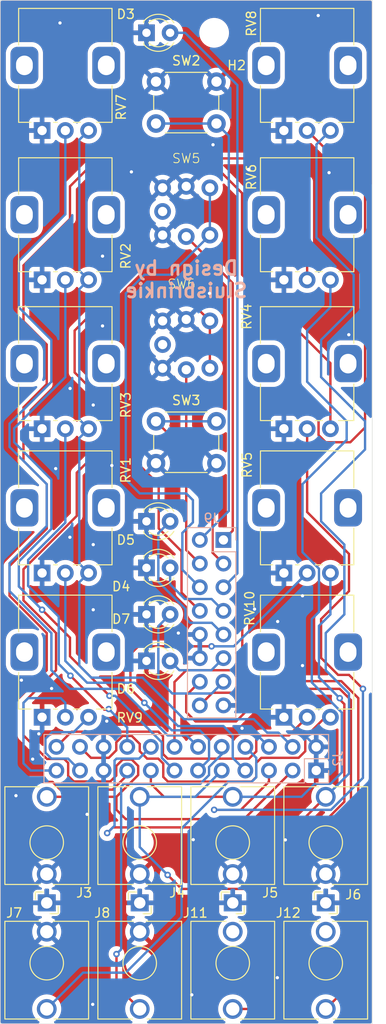
<source format=kicad_pcb>
(kicad_pcb (version 20240108) (generator "pcbnew") (generator_version "8.0")
  (layers (0 "F.Cu" signal) (31 "B.Cu" signal) (34 "B.Paste" user) (35 "F.Paste" user) (36 "B.SilkS" user "B.Silkscreen") (37 "F.SilkS" user "F.Silkscreen") (38 "B.Mask" user) (39 "F.Mask" user) (44 "Edge.Cuts" user))
  (net 0 "")
  (footprint "Library:Potentiometer_Alps_RK09K_Single_Vertical_DSHAFT" (layer "F.Cu") (at 131 57 90)
    (property "Reference" "RV7")
    (property "Value" "B10k")
  )
  (footprint "Library:ML6-H2T2GQA" (layer "F.Cu") (at 146.5 80 90)
    (property "Reference" "SW6")
    (property "Value" "SW_ML6")
  )
  (footprint "Library:Jack_3.5mm_QingPu_WQP-PJ398SM_Vertical_CircularHoles_3D" (layer "F.Cu") (at 131.5 140)
    (property "Reference" "J7")
    (property "Value" "in1")
  )
  (footprint "Button_Switch_THT:SW_PUSH_6mm_H13mm" (layer "F.Cu") (at 149.75 56.25 180)
    (property "Reference" "SW2")
    (property "Value" "SW_Dual")
  )
  (footprint "Button_Switch_THT:SW_PUSH_6mm_H13mm" (layer "F.Cu") (at 143.25 88.25)
    (property "Reference" "SW3")
    (property "Value" "SW_Mode")
  )
  (footprint "Library:Potentiometer_Alps_RK09K_Single_Vertical" (layer "F.Cu") (at 131 120.05 90)
    (property "Reference" "RV9")
    (property "Value" "B100k")
  )
  (footprint "LED_THT:LED_D3.0mm" (layer "F.Cu") (at 142.225 46.5)
    (property "Reference" "D3")
    (property "Value" "LED")
  )
  (footprint "Library:Potentiometer_Alps_RK09K_Single_Vertical_DSHAFT" (layer "F.Cu") (at 131 73.05 90)
    (property "Reference" "RV2")
    (property "Value" "B10k")
  )
  (footprint "LED_THT:LED_D3.0mm" (layer "F.Cu") (at 142.225 114)
    (property "Reference" "D6")
    (property "Value" "LED")
  )
  (footprint "Library:Jack_3.5mm_QingPu_WQP-PJ398SM_Vertical_CircularHoles_3D" (layer "F.Cu") (at 151.5 140)
    (property "Reference" "J11")
    (property "Value" "out1")
  )
  (footprint "LED_THT:LED_D3.0mm" (layer "F.Cu") (at 142.225 109)
    (property "Reference" "D7")
    (property "Value" "LED")
  )
  (footprint "Library:Jack_3.5mm_QingPu_WQP-PJ398SM_Vertical_CircularHoles_3D" (layer "F.Cu") (at 151.5 140 180)
    (property "Reference" "J5")
    (property "Value" "CV3")
  )
  (footprint "Library:Jack_3.5mm_QingPu_WQP-PJ398SM_Vertical_CircularHoles_3D" (layer "F.Cu") (at 161.5 140)
    (property "Reference" "J12")
    (property "Value" "out2")
  )
  (footprint "Library:Jack_3.5mm_QingPu_WQP-PJ398SM_Vertical_CircularHoles_3D" (layer "F.Cu") (at 131.5 140 180)
    (property "Reference" "J3")
    (property "Value" "CV1")
  )
  (footprint "Library:Potentiometer_Alps_RK09K_Single_Vertical" (layer "F.Cu") (at 157 73.05 90)
    (property "Reference" "RV6")
    (property "Value" "B100k")
  )
  (footprint "LED_THT:LED_D3.0mm" (layer "F.Cu") (at 142.225 99)
    (property "Reference" "D5")
    (property "Value" "LED")
  )
  (footprint "Library:Potentiometer_Alps_RK09K_Single_Vertical" (layer "F.Cu") (at 157 57 90)
    (property "Reference" "RV8")
    (property "Value" "B100k")
  )
  (footprint "Library:Jack_3.5mm_QingPu_WQP-PJ398SM_Vertical_CircularHoles_3D" (layer "F.Cu") (at 161.5 140 180)
    (property "Reference" "J6")
    (property "Value" "CV4")
  )
  (footprint "Library:Potentiometer_Alps_RK09K_Single_Vertical" (layer "F.Cu") (at 157 89.05 90)
    (property "Reference" "RV4")
    (property "Value" "B100k")
  )
  (footprint "LED_THT:LED_D3.0mm" (layer "F.Cu") (at 142.225 104)
    (property "Reference" "D4")
    (property "Value" "LED")
  )
  (footprint "Library:Jack_3.5mm_QingPu_WQP-PJ398SM_Vertical_CircularHoles_3D" (layer "F.Cu") (at 141.5 140 180)
    (property "Reference" "J4")
    (property "Value" "CV2")
  )
  (footprint "Library:Potentiometer_Alps_RK09K_Single_Vertical" (layer "F.Cu") (at 157 104.55 90)
    (property "Reference" "RV5")
    (property "Value" "B100k")
  )
  (footprint "MountingHole:MountingHole_2.7mm_M2.5" (layer "F.Cu") (at 149.5 46.5)
    (property "Reference" "H2")
    (property "Value" "MountingHole")
  )
  (footprint "Library:Potentiometer_Alps_RK09K_Single_Vertical" (layer "F.Cu") (at 157 120.05 90)
    (property "Reference" "RV10")
    (property "Value" "B100k")
  )
  (footprint "Library:Potentiometer_Alps_RK09K_Single_Vertical_DSHAFT" (layer "F.Cu") (at 131 89.05 90)
    (property "Reference" "RV3")
    (property "Value" "B10k")
  )
  (footprint "Library:ML6-H2T2GQA" (layer "F.Cu") (at 146.5 65.7 90)
    (property "Reference" "SW5")
    (property "Value" "SW_ML6")
  )
  (footprint "Library:Jack_3.5mm_QingPu_WQP-PJ398SM_Vertical_CircularHoles_3D" (layer "F.Cu") (at 141.5 140)
    (property "Reference" "J8")
    (property "Value" "in2")
  )
  (footprint "Library:Potentiometer_Alps_RK09K_Single_Vertical_DSHAFT" (layer "F.Cu") (at 131 104.55 90)
    (property "Reference" "RV1")
    (property "Value" "B10k")
  )
  (footprint "Connector_PinHeader_2.54mm:PinHeader_2x12_P2.54mm_Vertical" (layer "B.Cu") (at 160.475 125.775 90)
    (property "Reference" "J2")
    (property "Value" "Conn_02x12_Odd_Even")
  )
  (footprint "Connector_PinHeader_2.54mm:PinHeader_2x08_P2.54mm_Vertical" (layer "B.Cu") (at 150.5 101 180)
    (property "Reference" "J9")
    (property "Value" "Conn_02x08_Odd_Even")
  )
  (gr_rect (start 126.5 43) (end 166.5 153) (stroke (width 0.05)) (fill none) (layer "Edge.Cuts"))
  (gr_text "Design by\nSluisbrinkie" (at 146.5 73 -0) (layer "B.SilkS") (effects (font (size 1.5 1.5) (thickness 0.3) (bold yes)) (justify mirror)))
  (segment (start 132.5 115) (end 132.5 111) (width 0.254) (layer "F.Cu") (net 0))
  (segment (start 155.357948 117) (end 163 117) (width 0.254) (layer "F.Cu") (net 0))
  (segment (start 133.80525 124.961864) (end 133.376196 124.53281) (width 0.254) (layer "F.Cu") (net 0))
  (segment (start 141.332 126.26253) (end 141.332 125.28747) (width 0.254) (layer "F.Cu") (net 0))
  (segment (start 154.032 123.72253) (end 154.032 122.468) (width 0.254) (layer "F.Cu") (net 0))
  (segment (start 141.332 125.28747) (end 140.64253 124.598) (width 0.254) (layer "F.Cu") (net 0))
  (segment (start 133.80525 126.35578) (end 133.80525 124.961864) (width 0.254) (layer "F.Cu") (net 0))
  (segment (start 134 113.5) (end 138.250009 117.750009) (width 0.254) (layer "F.Cu") (net 0))
  (segment (start 151.5 115) (end 152.526825 113.973175) (width 0.254) (layer "F.Cu") (net 0))
  (segment (start 138 90.5) (end 138 86.5) (width 0.254) (layer "F.Cu") (net 0))
  (segment (start 134 63) (end 134 66.5) (width 0.254) (layer "F.Cu") (net 0))
  (segment (start 142.695 127.195) (end 144.1 128.6) (width 0.254) (layer "F.Cu") (net 0))
  (segment (start 153.827419 116.172581) (end 163.172581 116.172581) (width 0.254) (layer "F.Cu") (net 0))
  (segment (start 138.978 125.28747) (end 138.978 126.309948) (width 0.254) (layer "F.Cu") (net 0))
  (segment (start 137 60) (end 134 63) (width 0.254) (layer "F.Cu") (net 0))
  (segment (start 132.535 123.235) (end 134.166 121.604) (width 0.254) (layer "F.Cu") (net 0))
  (segment (start 154.032 122.468) (end 154.5 122) (width 0.254) (layer "F.Cu") (net 0))
  (segment (start 129 122) (end 129 118.5) (width 0.254) (layer "F.Cu") (net 0))
  (segment (start 149.04 77.46) (end 149.04 82.54) (width 0.254) (layer "F.Cu") (net 0))
  (segment (start 141 72) (end 141 63) (width 0.254) (layer "F.Cu") (net 0))
  (segment (start 140.64253 122.058) (end 141.5 122.91547) (width 0.254) (layer "F.Cu") (net 0))
  (segment (start 138.99453 128.6) (end 141.332 126.26253) (width 0.254) (layer "F.Cu") (net 0))
  (segment (start 154.142053 138.5) (end 163.5 129.142053) (width 0.254) (layer "F.Cu") (net 0))
  (segment (start 132.5 111) (end 129 107.5) (width 0.254) (layer "F.Cu") (net 0))
  (segment (start 164.211194 118.211194) (end 164.211194 146.070147) (width 0.254) (layer "F.Cu") (net 0))
  (segment (start 127.5 119) (end 127.5 125.5) (width 0.254) (layer "F.Cu") (net 0))
  (segment (start 157.611156 100.388844) (end 157.611156 94.611156) (width 0.254) (layer "F.Cu") (net 0))
  (segment (start 132.123282 127) (end 132.951981 127.828699) (width 0.254) (layer "F.Cu") (net 0))
  (segment (start 136.252 124.412) (end 138.172 124.412) (width 0.254) (layer "F.Cu") (net 0))
  (segment (start 157 60) (end 137 60) (width 0.254) (layer "F.Cu") (net 0))
  (segment (start 141.5 122.91547) (end 141.5 123.70453) (width 0.254) (layer "F.Cu") (net 0))
  (segment (start 137.685206 119.227) (end 138.116506 119.227) (width 0.254) (layer "F.Cu") (net 0))
  (segment (start 129 104.142052) (end 134.727 98.415052) (width 0.254) (layer "F.Cu") (net 0))
  (segment (start 131.5 95) (end 131.5 99.795924) (width 0.254) (layer "F.Cu") (net 0))
  (segment (start 131.53281 124.53281) (end 129 122) (width 0.254) (layer "F.Cu") (net 0))
  (segment (start 146.5 115) (end 151.5 115) (width 0.254) (layer "F.Cu") (net 0))
  (segment (start 131.5 111) (end 131.5 115) (width 0.254) (layer "F.Cu") (net 0))
  (segment (start 163 117) (end 164.211194 118.211194) (width 0.254) (layer "F.Cu") (net 0))
  (segment (start 142.695 125.775) (end 142.695 127.195) (width 0.254) (layer "F.Cu") (net 0))
  (segment (start 145.235 116.265) (end 146.5 115) (width 0.254) (layer "F.Cu") (net 0))
  (segment (start 165 147.9) (end 161.5 151.4) (width 0.254) (layer "F.Cu") (net 0))
  (segment (start 139.66747 122.058) (end 140.64253 122.058) (width 0.254) (layer "F.Cu") (net 0))
  (segment (start 163.5 118.642052) (end 163.428974 118.571026) (width 0.254) (layer "F.Cu") (net 0))
  (segment (start 154.032 126.468) (end 154.032 124.950263) (width 0.254) (layer "F.Cu") (net 0))
  (segment (start 149.323 102.363) (end 150.5 103.54) (width 0.254) (layer "F.Cu") (net 0))
  (segment (start 138 86.5) (end 134.5 83) (width 0.254) (layer "F.Cu") (net 0))
  (segment (start 146.5 119.5) (end 147.5 120.5) (width 0.254) (layer "F.Cu") (net 0))
  (segment (start 131.5 99.795924) (end 127.5 103.795924) (width 0.254) (layer "F.Cu") (net 0))
  (segment (start 152.372081 130) (end 155.395 126.977081) (width 0.254) (layer "F.Cu") (net 0))
  (segment (start 140.64253 124.598) (end 139.66747 124.598) (width 0.254) (layer "F.Cu") (net 0))
  (segment (start 134.727 93.773) (end 138 90.5) (width 0.254) (layer "F.Cu") (net 0))
  (segment (start 146.5 89.077) (end 147.7115 90.2885) (width 0.254) (layer "F.Cu") (net 0))
  (segment (start 158.588 124.412) (end 159.298 123.702) (width 0.254) (layer "F.Cu") (net 0))
  (segment (start 161.5 90.5) (end 164.142621 90.5) (width 0.254) (layer "F.Cu") (net 0))
  (segment (start 161 109.5) (end 161 113.67311) (width 0.254) (layer "F.Cu") (net 0))
  (segment (start 149.5 130) (end 152.372081 130) (width 0.254) (layer "F.Cu") (net 0))
  (segment (start 134.166 121.604) (end 143.5 121.604) (width 0.254) (layer "F.Cu") (net 0))
  (segment (start 140.5 117) (end 142 118.5) (width 0.254) (layer "F.Cu") (net 0))
  (segment (start 134 111.5) (end 134 113.5) (width 0.254) (layer "F.Cu") (net 0))
  (segment (start 134.5 78.5) (end 141 72) (width 0.254) (layer "F.Cu") (net 0))
  (segment (start 147.5 120.5) (end 151.857948 120.5) (width 0.254) (layer "F.Cu") (net 0))
  (segment (start 144.5 124.5) (end 153.25453 124.5) (width 0.254) (layer "F.Cu") (net 0))
  (segment (start 129 107.5) (end 129 104.142052) (width 0.254) (layer "F.Cu") (net 0))
  (segment (start 155.75 86.75) (end 160.066147 86.75) (width 0.254) (layer "F.Cu") (net 0))
  (segment (start 147.96 116.24) (end 146.5 117.7) (width 0.254) (layer "F.Cu") (net 0))
  (segment (start 149.22179 112.430624) (end 141.340376 112.430624) (width 0.254) (layer "F.Cu") (net 0))
  (segment (start 147.7115 90.2885) (end 147.7115 95.2115) (width 0.254) (layer "F.Cu") (net 0))
  (segment (start 152.583 117.417) (end 153.827419 116.172581) (width 0.254) (layer "F.Cu") (net 0))
  (segment (start 144.531026 126.968974) (end 153.531026 126.968974) (width 0.254) (layer "F.Cu") (net 0))
  (segment (start 164.142621 90.5) (end 165.727 88.915621) (width 0.254) (layer "F.Cu") (net 0))
  (segment (start 164 115.5) (end 165.5 117) (width 0.254) (layer "F.Cu") (net 0))
  (segment (start 146.5 91.5) (end 143.25 88.25) (width 0.254) (layer "F.Cu") (net 0))
  (segment (start 146.5 102.08) (end 146.5 91.5) (width 0.254) (layer "F.Cu") (net 0))
  (segment (start 140.155 126.26636) (end 140.155 125.775) (width 0.254) (layer "F.Cu") (net 0))
  (segment (start 138.99453 129.99453) (end 140 131) (width 0.254) (layer "F.Cu") (net 0))
  (segment (start 131.5 80) (end 131.5 84.25) (width 0.254) (layer "F.Cu") (net 0))
  (segment (start 143.5 124.5) (end 144.031026 125.031026) (width 0.254) (layer "F.Cu") (net 0))
  (segment (start 144.1 128.6) (end 151.5 128.6) (width 0.254) (layer "F.Cu") (net 0))
  (segment (start 160.066147 86.75) (end 160.727 87.410853) (width 0.254) (layer "F.Cu") (net 0))
  (segment (start 162.82689 115.5) (end 164 115.5) (width 0.254) (layer "F.Cu") (net 0))
  (segment (start 152.5 72.5) (end 162 82) (width 0.254) (layer "F.Cu") (net 0))
  (segment (start 147.96 108.62) (end 145.992 106.652) (width 0.254) (layer "F.Cu") (net 0))
  (segment (start 155 92) (end 155 87.5) (width 0.254) (layer "F.Cu") (net 0))
  (segment (start 140.5 113.271) (end 140.5 117) (width 0.254) (layer "F.Cu") (net 0))
  (segment (start 141.5 151.4) (end 139 148.9) (width 0.254) (layer "F.Cu") (net 0))
  (segment (start 140 131) (end 152.71 131) (width 0.254) (layer "F.Cu") (net 0))
  (segment (start 162 82) (end 162 89.05) (width 0.254) (layer "F.Cu") (net 0))
  (segment (start 138.978 123.606) (end 138.978 122.74747) (width 0.254) (layer "F.Cu") (net 0))
  (segment (start 131.5 128.6) (end 138.99453 128.6) (width 0.254) (layer "F.Cu") (net 0))
  (segment (start 132.951981 127.828699) (end 138.592661 127.828699) (width 0.254) (layer "F.Cu") (net 0))
  (segment (start 134.047027 115.588821) (end 137.685206 119.227) (width 0.254) (layer "F.Cu") (net 0))
  (segment (start 138.592661 127.828699) (end 140.155 126.26636) (width 0.254) (layer "F.Cu") (net 0))
  (segment (start 139 148.9) (end 139 145.5) (width 0.254) (layer "F.Cu") (net 0))
  (segment (start 143 61) (end 149.773 61) (width 0.254) (layer "F.Cu") (net 0))
  (segment (start 129 118.5) (end 132.5 115) (width 0.254) (layer "F.Cu") (net 0))
  (segment (start 146.5 117.7) (end 146.5 119.5) (width 0.254) (layer "F.Cu") (net 0))
  (segment (start 161.45 120.05) (end 162 120.05) (width 0.254) (layer "F.Cu") (net 0))
  (segment (start 144.031026 126.468974) (end 144.531026 126.968974) (width 0.254) (layer "F.Cu") (net 0))
  (segment (start 153.25453 124.5) (end 154.032 123.72253) (width 0.254) (layer "F.Cu") (net 0))
  (segment (start 151.5 73.4) (end 146.5 68.4) (width 0.254) (layer "F.Cu") (net 0))
  (segment (start 150.5 101) (end 151.5 100) (width 0.254) (layer "F.Cu") (net 0))
  (segment (start 127.5 107) (end 131.5 111) (width 0.254) (layer "F.Cu") (net 0))
  (segment (start 129 127) (end 132.123282 127) (width 0.254) (layer "F.Cu") (net 0))
  (segment (start 161.5 128.6) (end 158.210592 131.889408) (width 0.254) (layer "F.Cu") (net 0))
  (segment (start 138.99453 128.6) (end 138.99453 129.99453) (width 0.254) (layer "F.Cu") (net 0))
  (segment (start 163.428974 118.571026) (end 163 118.142052) (width 0.254) (layer "F.Cu") (net 0))
  (segment (start 164 106.5) (end 161 109.5) (width 0.254) (layer "F.Cu") (net 0))
  (segment (start 145.992 102.214052) (end 143.538 99.760052) (width 0.254) (layer "F.Cu") (net 0))
  (segment (start 133.376196 124.53281) (end 131.53281 124.53281) (width 0.254) (layer "F.Cu") (net 0))
  (segment (start 144 122.104) (end 144 124) (width 0.254) (layer "F.Cu") (net 0))
  (segment (start 127.5 103.795924) (end 127.5 107) (width 0.254) (layer "F.Cu") (net 0))
  (segment (start 142.5 75) (end 146.58 75) (width 0.254) (layer "F.Cu") (net 0))
  (segment (start 143.538 99.760052) (end 143.538 95.038) (width 0.254) (layer "F.Cu") (net 0))
  (segment (start 158.881341 151.4) (end 151.5 151.4) (width 0.254) (layer "F.Cu") (net 0))
  (segment (start 145.235 123.235) (end 145.235 116.265) (width 0.254) (layer "F.Cu") (net 0))
  (segment (start 159.5 89.05) (end 159.5 98) (width 0.254) (layer "F.Cu") (net 0))
  (segment (start 144.031026 125.031026) (end 144.031026 126.468974) (width 0.254) (layer "F.Cu") (net 0))
  (segment (start 134.40147 126.952) (end 133.80525 126.35578) (width 0.254) (layer "F.Cu") (net 0))
  (segment (start 144 124) (end 144.5 124.5) (width 0.254) (layer "F.Cu") (net 0))
  (segment (start 129 71.5) (end 129 77.5) (width 0.254) (layer "F.Cu") (net 0))
  (segment (start 138.116506 119.227) (end 138.171753 119.171753) (width 0.254) (layer "F.Cu") (net 0))
  (segment (start 138.172 124.412) (end 138.978 123.606) (width 0.254) (layer "F.Cu") (net 0))
  (segment (start 154.5 122) (end 157.55 122) (width 0.254) (layer "F.Cu") (net 0))
  (segment (start 149.323 96.823) (end 149.323 102.363) (width 0.254) (layer "F.Cu") (net 0))
  (segment (start 164 102.5) (end 164 106.5) (width 0.254) (layer "F.Cu") (net 0))
  (segment (start 144.5 137) (end 146 138.5) (width 0.254) (layer "F.Cu") (net 0))
  (segment (start 165.727 88.915621) (end 165.727 63.227) (width 0.254) (layer "F.Cu") (net 0))
  (segment (start 159.5 62.5) (end 157 60) (width 0.254) (layer "F.Cu") (net 0))
  (segment (start 164.211194 146.070147) (end 158.881341 151.4) (width 0.254) (layer "F.Cu") (net 0))
  (segment (start 129 86.75) (end 129 92.5) (width 0.254) (layer "F.Cu") (net 0))
  (segment (start 146 138.5) (end 154 138.5) (width 0.254) (layer "F.Cu") (net 0))
  (segment (start 131 108.5) (end 134 111.5) (width 0.254) (layer "F.Cu") (net 0))
  (segment (start 145.992 106.652) (end 145.992 102.214052) (width 0.254) (layer "F.Cu") (net 0))
  (segment (start 149.323 117.417) (end 152.583 117.417) (width 0.254) (layer "F.Cu") (net 0))
  (segment (start 165 118) (end 165 147.9) (width 0.254) (layer "F.Cu") (net 0))
  (segment (start 138.978 126.309948) (end 138.335948 126.952) (width 0.254) (layer "F.Cu") (net 0))
  (segment (start 157.611156 94.611156) (end 155 92) (width 0.254) (layer "F.Cu") (net 0))
  (segment (start 127.5 125.5) (end 129 127) (width 0.254) (layer "F.Cu") (net 0))
  (segment (start 154 138.5) (end 154.142053 138.5) (width 0.254) (layer "F.Cu") (net 0))
  (segment (start 143.5 121.604) (end 144 122.104) (width 0.254) (layer "F.Cu") (net 0))
  (segment (start 149.773 61) (end 152.5 63.727) (width 0.254) (layer "F.Cu") (net 0))
  (segment (start 151.857948 120.5) (end 155.357948 117) (width 0.254) (layer "F.Cu") (net 0))
  (segment (start 138.335948 126.952) (end 134.40147 126.952) (width 0.254) (layer "F.Cu") (net 0))
  (segment (start 147.96 103.54) (end 146.5 102.08) (width 0.254) (layer "F.Cu") (net 0))
  (segment (start 141.5 76) (end 142.5 75) (width 0.254) (layer "F.Cu") (net 0))
  (segment (start 131.5 115) (end 127.5 119) (width 0.254) (layer "F.Cu") (net 0))
  (segment (start 152.5 63.727) (end 152.5 72.5) (width 0.254) (layer "F.Cu") (net 0))
  (segment (start 159.298 122.202) (end 161.45 120.05) (width 0.254) (layer "F.Cu") (net 0))
  (segment (start 163.172581 116.172581) (end 165 118) (width 0.254) (layer "F.Cu") (net 0))
  (segment (start 151.5 100) (end 151.5 73.4) (width 0.254) (layer "F.Cu") (net 0))
  (segment (start 153.531026 126.968974) (end 154.032 126.468) (width 0.254) (layer "F.Cu") (net 0))
  (segment (start 139.66747 124.598) (end 138.978 125.28747) (width 0.254) (layer "F.Cu") (net 0))
  (segment (start 160.727 89.727) (end 161.5 90.5) (width 0.254) (layer "F.Cu") (net 0))
  (segment (start 154.570263 124.412) (end 158.588 124.412) (width 0.254) (layer "F.Cu") (net 0))
  (segment (start 159.298 123.702) (end 159.298 122.202) (width 0.254) (layer "F.Cu") (net 0))
  (segment (start 134 66.5) (end 129 71.5) (width 0.254) (layer "F.Cu") (net 0))
  (segment (start 138.978 122.74747) (end 139.66747 122.058) (width 0.254) (layer "F.Cu") (net 0))
  (segment (start 152.71 131) (end 157.935 125.775) (width 0.254) (layer "F.Cu") (net 0))
  (segment (start 141.340376 112.430624) (end 140.5 113.271) (width 0.254) (layer "F.Cu") (net 0))
  (segment (start 147.7115 95.2115) (end 149.323 96.823) (width 0.254) (layer "F.Cu") (net 0))
  (segment (start 131.5 84.25) (end 129 86.75) (width 0.254) (layer "F.Cu") (net 0))
  (segment (start 142.29547 124.5) (end 143.5 124.5) (width 0.254) (layer "F.Cu") (net 0))
  (segment (start 152.526825 113.973175) (end 152.526825 105.473175) (width 0.254) (layer "F.Cu") (net 0))
  (segment (start 141 63) (end 143 61) (width 0.254) (layer "F.Cu") (net 0))
  (segment (start 163 118.142052) (end 163 118) (width 0.254) (layer "F.Cu") (net 0))
  (segment (start 135.075 123.235) (end 136.252 124.412) (width 0.254) (layer "F.Cu") (net 0))
  (segment (start 161 113.67311) (end 162.82689 115.5) (width 0.254) (layer "F.Cu") (net 0))
  (segment (start 165.727 63.227) (end 159.5 57) (width 0.254) (layer "F.Cu") (net 0))
  (segment (start 160.727 87.410853) (end 160.727 89.727) (width 0.254) (layer "F.Cu") (net 0))
  (segment (start 158.210592 131.889408) (end 138.610606 131.889408) (width 0.254) (layer "F.Cu") (net 0))
  (segment (start 155.395 126.977081) (end 155.395 125.775) (width 0.254) (layer "F.Cu") (net 0))
  (segment (start 138.610606 131.889408) (end 138 132.500014) (width 0.254) (layer "F.Cu") (net 0))
  (segment (start 147.96 118.78) (end 149.323 117.417) (width 0.254) (layer "F.Cu") (net 0))
  (segment (start 129 77.5) (end 131.5 80) (width 0.254) (layer "F.Cu") (net 0))
  (segment (start 159.5 73.05) (end 159.5 62.5) (width 0.254) (layer "F.Cu") (net 0))
  (segment (start 157.55 122) (end 159.5 120.05) (width 0.254) (layer "F.Cu") (net 0))
  (segment (start 143.538 95.038) (end 141.5 93) (width 0.254) (layer "F.Cu") (net 0))
  (segment (start 159.5 98) (end 164 102.5) (width 0.254) (layer "F.Cu") (net 0))
  (segment (start 163.5 129.142053) (end 163.5 118.642052) (width 0.254) (layer "F.Cu") (net 0))
  (segment (start 152.526825 105.473175) (end 157.611156 100.388844) (width 0.254) (layer "F.Cu") (net 0))
  (segment (start 146.5 82.7) (end 146.5 89.077) (width 0.254) (layer "F.Cu") (net 0))
  (segment (start 155 87.5) (end 155.75 86.75) (width 0.254) (layer "F.Cu") (net 0))
  (segment (start 141.5 123.70453) (end 142.29547 124.5) (width 0.254) (layer "F.Cu") (net 0))
  (segment (start 129 92.5) (end 131.5 95) (width 0.254) (layer "F.Cu") (net 0))
  (segment (start 154.032 124.950263) (end 154.570263 124.412) (width 0.254) (layer "F.Cu") (net 0))
  (segment (start 134.727 98.415052) (end 134.727 93.773) (width 0.254) (layer "F.Cu") (net 0))
  (segment (start 146.58 75) (end 149.04 77.46) (width 0.254) (layer "F.Cu") (net 0))
  (segment (start 134.5 83) (end 134.5 78.5) (width 0.254) (layer "F.Cu") (net 0))
  (segment (start 141.5 93) (end 141.5 76) (width 0.254) (layer "F.Cu") (net 0))
  (via (at 129.98727 124.553049) (size 0.7) (drill 0.35) (layers "F.Cu" "B.Cu") (net 0))
  (via (at 156.331428 109.764039) (size 0.7) (drill 0.35) (layers "F.Cu" "B.Cu") (net 0))
  (via (at 149.5 130) (size 0.7) (drill 0.35) (layers "F.Cu" "B.Cu") (net 0))
  (via (at 138.171753 119.171753) (size 0.7) (drill 0.35) (layers "F.Cu" "B.Cu") (net 0))
  (via (at 135.840726 130.48417) (size 0.7) (drill 0.35) (layers "F.Cu" "B.Cu") (net 0))
  (via (at 161.855877 61.530081) (size 0.7) (drill 0.35) (layers "F.Cu" "B.Cu") (net 0))
  (via (at 157.155823 133.232109) (size 0.7) (drill 0.35) (layers "F.Cu" "B.Cu") (net 0))
  (via (at 149 74.5) (size 0.7) (drill 0.35) (layers "F.Cu" "B.Cu") (net 0))
  (via (at 160.689695 44.643639) (size 0.7) (drill 0.35) (layers "F.Cu" "B.Cu") (net 0))
  (via (at 156.294505 148.040284) (size 0.7) (drill 0.35) (layers "F.Cu" "B.Cu") (net 0))
  (via (at 159 107) (size 0.7) (drill 0.35) (layers "F.Cu" "B.Cu") (net 0))
  (via (at 153.186901 61.183045) (size 0.7) (drill 0.35) (layers "F.Cu" "B.Cu") (net 0))
  (via (at 145.652541 111.005234) (size 0.7) (drill 0.35) (layers "F.Cu" "B.Cu") (net 0))
  (via (at 147.097078 149.879769) (size 0.7) (drill 0.35) (layers "F.Cu" "B.Cu") (net 0))
  (via (at 163 118) (size 0.7) (drill 0.35) (layers "F.Cu" "B.Cu") (net 0))
  (via (at 132.924724 45.441993) (size 0.7) (drill 0.35) (layers "F.Cu" "B.Cu") (net 0))
  (via (at 140.602791 61.445263) (size 0.7) (drill 0.35) (layers "F.Cu" "B.Cu") (net 0))
  (via (at 136.5 86.5) (size 0.7) (drill 0.35) (layers "F.Cu" "B.Cu") (net 0))
  (via (at 133.988861 100.709873) (size 0.7) (drill 0.35) (layers "F.Cu" "B.Cu") (net 0))
  (via (at 163.978177 78.944589) (size 0.7) (drill 0.35) (layers "F.Cu" "B.Cu") (net 0))
  (via (at 134.010547 84.717862) (size 0.7) (drill 0.35) (layers "F.Cu" "B.Cu") (net 0))
  (via (at 130.648917 121.83346) (size 0.7) (drill 0.35) (layers "F.Cu" "B.Cu") (net 0))
  (via (at 139 145.5) (size 0.7) (drill 0.35) (layers "F.Cu" "B.Cu") (net 0))
  (via (at 149.379594 58.530764) (size 0.7) (drill 0.35) (layers "F.Cu" "B.Cu") (net 0))
  (via (at 138.250009 117.750009) (size 0.7) (drill 0.35) (layers "F.Cu" "B.Cu") (net 0))
  (via (at 137.954037 120.469322) (size 0.7) (drill 0.35) (layers "F.Cu" "B.Cu") (net 0))
  (via (at 131 108.5) (size 0.7) (drill 0.35) (layers "F.Cu" "B.Cu") (net 0))
  (via (at 144.5 137) (size 0.7) (drill 0.35) (layers "F.Cu" "B.Cu") (net 0))
  (via (at 136.5 108.5) (size 0.7) (drill 0.35) (layers "F.Cu" "B.Cu") (net 0))
  (via (at 132.022693 116.961495) (size 0.7) (drill 0.35) (layers "F.Cu" "B.Cu") (net 0))
  (via (at 153.84282 108.434253) (size 0.7) (drill 0.35) (layers "F.Cu" "B.Cu") (net 0))
  (via (at 137.5 70.5) (size 0.7) (drill 0.35) (layers "F.Cu" "B.Cu") (net 0))
  (via (at 136.5 101.5) (size 0.7) (drill 0.35) (layers "F.Cu" "B.Cu") (net 0))
  (via (at 165.5 117) (size 0.7) (drill 0.35) (layers "F.Cu" "B.Cu") (net 0))
  (via (at 159 114.5) (size 0.7) (drill 0.35) (layers "F.Cu" "B.Cu") (net 0))
  (via (at 132.463284 93.33096) (size 0.7) (drill 0.35) (layers "F.Cu" "B.Cu") (net 0))
  (via (at 152.501281 121.237416) (size 0.7) (drill 0.35) (layers "F.Cu" "B.Cu") (net 0))
  (via (at 138 132.500014) (size 0.7) (drill 0.35) (layers "F.Cu" "B.Cu") (net 0))
  (via (at 147.253339 133.207353) (size 0.7) (drill 0.35) (layers "F.Cu" "B.Cu") (net 0))
  (via (at 134.047027 115.588821) (size 0.7) (drill 0.35) (layers "F.Cu" "B.Cu") (net 0))
  (via (at 142 118.5) (size 0.7) (drill 0.35) (layers "F.Cu" "B.Cu") (net 0))
  (via (at 138.5 93) (size 0.7) (drill 0.35) (layers "F.Cu" "B.Cu") (net 0))
  (via (at 149.22179 112.430624) (size 0.7) (drill 0.35) (layers "F.Cu" "B.Cu") (net 0))
  (via (at 137.5 78) (size 0.7) (drill 0.35) (layers "F.Cu" "B.Cu") (net 0))
  (via (at 128.191057 128.478917) (size 0.7) (drill 0.35) (layers "F.Cu" "B.Cu") (net 0))
  (via (at 128.775461 116.069082) (size 0.7) (drill 0.35) (layers "F.Cu" "B.Cu") (net 0))
  (via (at 136.445174 150.906459) (size 0.7) (drill 0.35) (layers "F.Cu" "B.Cu") (net 0))
  (segment (start 148.952 124.598) (end 148.952 122.452) (width 0.254) (layer "B.Cu") (net 0))
  (segment (start 149.242252 109.902252) (end 150.5 111.16) (width 0.254) (layer "B.Cu") (net 0))
  (segment (start 141.5 128.6) (end 141.5 134) (width 0.254) (layer "B.Cu") (net 0))
  (segment (start 132 124.5) (end 131.358 123.858) (width 0.254) (layer "B.Cu") (net 0))
  (segment (start 132 111) (end 127.5 106.5) (width 0.254) (layer "B.Cu") (net 0))
  (segment (start 132.067264 121.655153) (end 134.394847 121.655153) (width 0.254) (layer "B.Cu") (net 0))
  (segment (start 148.952 126.26253) (end 148.00653 127.208) (width 0.254) (layer "B.Cu") (net 0))
  (segment (start 144.765 104) (end 144.765 105.765) (width 0.254) (layer "B.Cu") (net 0))
  (segment (start 143.872 122.74747) (end 138.874539 117.750009) (width 0.254) (layer "B.Cu") (net 0))
  (segment (start 135 114.5) (end 136.297653 115.797653) (width 0.254) (layer "B.Cu") (net 0))
  (segment (start 133.5 73.05) (end 133.5 83.5) (width 0.254) (layer "B.Cu") (net 0))
  (segment (start 162 57) (end 160.5 58.5) (width 0.254) (layer "B.Cu") (net 0))
  (segment (start 148.952 122.452) (end 147.954 121.454) (width 0.254) (layer "B.Cu") (net 0))
  (segment (start 140.957246 116.34206) (end 145.615186 121) (width 0.254) (layer "B.Cu") (net 0))
  (segment (start 135 74.05) (end 135 88.05) (width 0.254) (layer "B.Cu") (net 0))
  (segment (start 139.5 127.5) (end 139.5 145) (width 0.254) (layer "B.Cu") (net 0))
  (segment (start 134.394847 121.655153) (end 136 120.05) (width 0.254) (layer "B.Cu") (net 0))
  (segment (start 129 118.5) (end 129.5 118) (width 0.254) (layer "B.Cu") (net 0))
  (segment (start 163.227 119.541759) (end 160 116.314759) (width 0.254) (layer "B.Cu") (net 0))
  (segment (start 144.765 109) (end 143.5 110.265) (width 0.254) (layer "B.Cu") (net 0))
  (segment (start 165.5 117) (end 165.5 126.568586) (width 0.254) (layer "B.Cu") (net 0))
  (segment (start 159.5 78.5) (end 162 76) (width 0.254) (layer "B.Cu") (net 0))
  (segment (start 139 124.5) (end 138.792 124.708) (width 0.254) (layer "B.Cu") (net 0))
  (segment (start 150.315 125.775) (end 147.49 128.6) (width 0.254) (layer "B.Cu") (net 0))
  (segment (start 153.397416 121.237416) (end 152.501281 121.237416) (width 0.254) (layer "B.Cu") (net 0))
  (segment (start 146.082868 104.202868) (end 146.082868 100.246337) (width 0.254) (layer "B.Cu") (net 0))
  (segment (start 146.260247 120.260247) (end 153.760247 120.260247) (width 0.254) (layer "B.Cu") (net 0))
  (segment (start 141.797653 115.797653) (end 146.260247 120.260247) (width 0.254) (layer "B.Cu") (net 0))
  (segment (start 131.5 151.4) (end 135.4 147.5) (width 0.254) (layer "B.Cu") (net 0))
  (segment (start 158.9 128.6) (end 160.292 127.208) (width 0.254) (layer "B.Cu") (net 0))
  (segment (start 142 72.5) (end 144.78 72.5) (width 0.254) (layer "B.Cu") (net 0))
  (segment (start 132.535 125.775) (end 129.775 125.775) (width 0.254) (layer "B.Cu") (net 0))
  (segment (start 128.5 76) (end 128.5 71) (width 0.254) (layer "B.Cu") (net 0))
  (segment (start 144.954 121.454) (end 142 118.5) (width 0.254) (layer "B.Cu") (net 0))
  (segment (start 150.5 106.08) (end 152 104.58) (width 0.254) (layer "B.Cu") (net 0))
  (segment (start 127.5 91) (end 127.5 88.5) (width 0.254) (layer "B.Cu") (net 0))
  (segment (start 135.4 147.5) (end 140 147.5) (width 0.254) (layer "B.Cu") (net 0))
  (segment (start 147.775 125.775) (end 148.952 124.598) (width 0.254) (layer "B.Cu") (net 0))
  (segment (start 163 118) (end 160.7692 115.7692) (width 0.254) (layer "B.Cu") (net 0))
  (segment (start 135 103.55) (end 136 104.55) (width 0.254) (layer "B.Cu") (net 0))
  (segment (start 145 117.5) (end 149.24 117.5) (width 0.254) (layer "B.Cu") (net 0))
  (segment (start 135 72.05) (end 136 73.05) (width 0.254) (layer "B.Cu") (net 0))
  (segment (start 133.5 118.5) (end 133.5 120.05) (width 0.254) (layer "B.Cu") (net 0))
  (segment (start 160 116.314759) (end 160 109.5) (width 0.254) (layer "B.Cu") (net 0))
  (segment (start 140 94.5) (end 140 74.5) (width 0.254) (layer "B.Cu") (net 0))
  (segment (start 161.5 111) (end 161.5 115) (width 0.254) (layer "B.Cu") (net 0))
  (segment (start 160.5 58.5) (end 160.5 68.5) (width 0.254) (layer "B.Cu") (net 0))
  (segment (start 132.792027 109.235024) (end 132.792027 114.333821) (width 0.254) (layer "B.Cu") (net 0))
  (segment (start 146.902252 109.902252) (end 149.242252 109.902252) (width 0.254) (layer "B.Cu") (net 0))
  (segment (start 147.219078 96.719078) (end 146.5 96) (width 0.254) (layer "B.Cu") (net 0))
  (segment (start 151.077 97.883) (end 147.96 101) (width 0.254) (layer "B.Cu") (net 0))
  (segment (start 128 90.5) (end 132 94.5) (width 0.254) (layer "B.Cu") (net 0))
  (segment (start 146 141.5) (end 146 132) (width 0.254) (layer "B.Cu") (net 0))
  (segment (start 160.7692 110.2308) (end 162 109) (width 0.254) (layer "B.Cu") (net 0))
  (segment (start 151.5 122) (end 151.5 124.42) (width 0.254) (layer "B.Cu") (net 0))
  (segment (start 128 89) (end 128 90.5) (width 0.254) (layer "B.Cu") (net 0))
  (segment (start 163.75 88.25) (end 159.5 84) (width 0.254) (layer "B.Cu") (net 0))
  (segment (start 138.792 131.708014) (end 138 132.500014) (width 0.254) (layer "B.Cu") (net 0))
  (segment (start 129.775 125.775) (end 129 125) (width 0.254) (layer "B.Cu") (net 0))
  (segment (start 153.532 127) (end 154.032 126.5) (width 0.254) (layer "B.Cu") (net 0))
  (segment (start 136 104.55) (end 135 105.55) (width 0.254) (layer "B.Cu") (net 0))
  (segment (start 162 127.208) (end 163.227 125.981) (width 0.254) (layer "B.Cu") (net 0))
  (segment (start 132 84) (end 132 79.5) (width 0.254) (layer "B.Cu") (net 0))
  (segment (start 133.5 83.5) (end 128 89) (width 0.254) (layer "B.Cu") (net 0))
  (segment (start 141.5 134) (end 144.5 137) (width 0.254) (layer "B.Cu") (net 0))
  (segment (start 133.5 114) (end 135.84206 116.34206) (width 0.254) (layer "B.Cu") (net 0))
  (segment (start 142.695 123.235) (end 141.43 124.5) (width 0.254) (layer "B.Cu") (net 0))
  (segment (start 128.5 103.309221) (end 128.5 106) (width 0.254) (layer "B.Cu") (net 0))
  (segment (start 156.406815 121.706815) (end 157.935 123.235) (width 0.254) (layer "B.Cu") (net 0))
  (segment (start 149.22179 112.430624) (end 151.619376 112.430624) (width 0.254) (layer "B.Cu") (net 0))
  (segment (start 143.25 88.25) (end 149.75 88.25) (width 0.254) (layer "B.Cu") (net 0))
  (segment (start 161 99) (end 163.5 101.5) (width 0.254) (layer "B.Cu") (net 0))
  (segment (start 155.206815 121.706815) (end 156.406815 121.706815) (width 0.254) (layer "B.Cu") (net 0))
  (segment (start 127.5 88.5) (end 132 84) (width 0.254) (layer "B.Cu") (net 0))
  (segment (start 133.5 99.142052) (end 129.5 103.142052) (width 0.254) (layer "B.Cu") (net 0))
  (segment (start 145.235 125.775) (end 143.872 124.412) (width 0.254) (layer "B.Cu") (net 0))
  (segment (start 127.5 106.5) (end 127.5 103.5) (width 0.254) (layer "B.Cu") (net 0))
  (segment (start 143.872 124.412) (end 143.872 122.74747) (width 0.254) (layer "B.Cu") (net 0))
  (segment (start 155.395 123.235) (end 153.397416 121.237416) (width 0.254) (layer "B.Cu") (net 0))
  (segment (start 147.49 128.6) (end 141.5 128.6) (width 0.254) (layer "B.Cu") (net 0))
  (segment (start 132.792027 114.333821) (end 134.047027 115.588821) (width 0.254) (layer "B.Cu") (net 0))
  (segment (start 146.346352 107.346352) (end 149.226352 107.346352) (width 0.254) (layer "B.Cu") (net 0))
  (segment (start 135 88.05) (end 136 89.05) (width 0.254) (layer "B.Cu") (net 0))
  (segment (start 154.032 124.412) (end 152.855 123.235) (width 0.254) (layer "B.Cu") (net 0))
  (segment (start 149.226352 107.346352) (end 150.5 108.62) (width 0.254) (layer "B.Cu") (net 0))
  (segment (start 146.54 122) (end 144.5 122) (width 0.254) (layer "B.Cu") (net 0))
  (segment (start 160.7692 115.7692) (end 160.7692 110.2308) (width 0.254) (layer "B.Cu") (net 0))
  (segment (start 134 117) (end 132 115) (width 0.254) (layer "B.Cu") (net 0))
  (segment (start 161 79.5) (end 161 83.5) (width 0.254) (layer "B.Cu") (net 0))
  (segment (start 165.727 88.227) (end 165.727 91.273) (width 0.254) (layer "B.Cu") (net 0))
  (segment (start 160.773 108.727) (end 160.773 104.087759) (width 0.254) (layer "B.Cu") (net 0))
  (segment (start 149.04 68.24) (end 149.04 63.16) (width 0.254) (layer "B.Cu") (net 0))
  (segment (start 160 109.5) (end 160.773 108.727) (width 0.254) (layer "B.Cu") (net 0))
  (segment (start 128.5 106) (end 131 108.5) (width 0.254) (layer "B.Cu") (net 0))
  (segment (start 151.619376 112.430624) (end 159.5 104.55) (width 0.254) (layer "B.Cu") (net 0))
  (segment (start 163.5 101.5) (end 163.5 109) (width 0.254) (layer "B.Cu") (net 0))
  (segment (start 131.5 95) (end 127.5 91) (width 0.254) (layer "B.Cu") (net 0))
  (segment (start 150.5 121) (end 151.5 122) (width 0.254) (layer "B.Cu") (net 0))
  (segment (start 138.792 124.708) (end 138.792 131.708014) (width 0.254) (layer "B.Cu") (net 0))
  (segment (start 145.765 115) (end 149.2 115) (width 0.254) (layer "B.Cu") (net 0))
  (segment (start 135 90.05) (end 135 103.55) (width 0.254) (layer "B.Cu") (net 0))
  (segment (start 133 118) (end 133.5 118.5) (width 0.254) (layer "B.Cu") (net 0))
  (segment (start 164.5 76) (end 161 79.5) (width 0.254) (layer "B.Cu") (net 0))
  (segment (start 136 73.05) (end 135 74.05) (width 0.254) (layer "B.Cu") (net 0))
  (segment (start 161 83.5) (end 165.727 88.227) (width 0.254) (layer "B.Cu") (net 0))
  (segment (start 151.077 57.577) (end 151.077 97.883) (width 0.254) (layer "B.Cu") (net 0))
  (segment (start 146 132) (end 151 127) (width 0.254) (layer "B.Cu") (net 0))
  (segment (start 144.765 99) (end 143.5 100.265) (width 0.254) (layer "B.Cu") (net 0))
  (segment (start 143.5 116) (end 145 117.5) (width 0.254) (layer "B.Cu") (net 0))
  (segment (start 151.5 128.6) (end 158.9 128.6) (width 0.254) (layer "B.Cu") (net 0))
  (segment (start 136.297653 115.797653) (end 141.797653 115.797653) (width 0.254) (layer "B.Cu") (net 0))
  (segment (start 135 58) (end 135 72.05) (width 0.254) (layer "B.Cu") (net 0))
  (segment (start 147.96 106.08) (end 146.082868 104.202868) (width 0.254) (layer "B.Cu") (net 0))
  (segment (start 151 127) (end 153.532 127) (width 0.254) (layer "B.Cu") (net 0))
  (segment (start 164 117.5) (end 164 126.1) (width 0.254) (layer "B.Cu") (net 0))
  (segment (start 129 125) (end 129 118.5) (width 0.254) (layer "B.Cu") (net 0))
  (segment (start 143.5 100.265) (end 143.5 105.5) (width 0.254) (layer "B.Cu") (net 0))
  (segment (start 159 102.314759) (end 159 95) (width 0.254) (layer "B.Cu") (net 0))
  (segment (start 139.5 117) (end 134 117) (width 0.254) (layer "B.Cu") (net 0))
  (segment (start 133.5 66) (end 133.5 57) (width 0.254) (layer "B.Cu") (net 0))
  (segment (start 157 120.05) (end 158.95 122) (width 0.254) (layer "B.Cu") (net 0))
  (segment (start 150.315 123.235) (end 150.315 124.033676) (width 0.254) (layer "B.Cu") (net 0))
  (segment (start 135 105.55) (end 135 114.5) (width 0.254) (layer "B.Cu") (net 0))
  (segment (start 149.75 56.25) (end 151.077 57.577) (width 0.254) (layer "B.Cu") (net 0))
  (segment (start 131.358 123.858) (end 131.358 122.364417) (width 0.254) (layer "B.Cu") (net 0))
  (segment (start 129.5 105.942997) (end 132.792027 109.235024) (width 0.254) (layer "B.Cu") (net 0))
  (segment (start 144.5 122) (end 139.5 117) (width 0.254) (layer "B.Cu") (net 0))
  (segment (start 139.792 127.208) (end 139.5 127.5) (width 0.254) (layer "B.Cu") (net 0))
  (segment (start 164.5 72.5) (end 164.5 76) (width 0.254) (layer "B.Cu") (net 0))
  (segment (start 131.5 99.5) (end 131.5 95) (width 0.254) (layer "B.Cu") (net 0))
  (segment (start 158.95 122) (end 159.24 122) (width 0.254) (layer "B.Cu") (net 0))
  (segment (start 163.227 125.981) (end 163.227 119.541759) (width 0.254) (layer "B.Cu") (net 0))
  (segment (start 153.760247 120.260247) (end 155.206815 121.706815) (width 0.254) (layer "B.Cu") (net 0))
  (segment (start 164 126.1) (end 161.5 128.6) (width 0.254) (layer "B.Cu") (net 0))
  (segment (start 151.5 124.42) (end 152.855 125.775) (width 0.254) (layer "B.Cu") (net 0))
  (segment (start 135.075 125.775) (end 133.8 124.5) (width 0.254) (layer "B.Cu") (net 0))
  (segment (start 160.5 68.5) (end 164.5 72.5) (width 0.254) (layer "B.Cu") (net 0))
  (segment (start 133.8 124.5) (end 132 124.5) (width 0.254) (layer "B.Cu") (net 0))
  (segment (start 163.75 90.25) (end 163.75 88.25) (width 0.254) (layer "B.Cu") (net 0))
  (segment (start 162 76) (end 162 73.05) (width 0.254) (layer "B.Cu") (net 0))
  (segment (start 141.43 124.5) (end 139 124.5) (width 0.254) (layer "B.Cu") (net 0))
  (segment (start 146.082868 100.246337) (end 147.219078 99.110127) (width 0.254) (layer "B.Cu") (net 0))
  (segment (start 165.5 126.568586) (end 162.068586 130) (width 0.254) (layer "B.Cu") (net 0))
  (segment (start 146.410578 108.410578) (end 146.410578 109.410578) (width 0.254) (layer "B.Cu") (net 0))
  (segment (start 133.5 104.55) (end 133.5 114) (width 0.254) (layer "B.Cu") (net 0))
  (segment (start 132 79.5) (end 128.5 76) (width 0.254) (layer "B.Cu") (net 0))
  (segment (start 165.727 91.273) (end 161 96) (width 0.254) (layer "B.Cu") (net 0))
  (segment (start 150.315 124.033676) (end 148.952 125.396676) (width 0.254) (layer "B.Cu") (net 0))
  (segment (start 136 57) (end 135 58) (width 0.254) (layer "B.Cu") (net 0))
  (segment (start 132 115) (end 132 111) (width 0.254) (layer "B.Cu") (net 0))
  (segment (start 127.5 103.5) (end 131.5 99.5) (width 0.254) (layer "B.Cu") (net 0))
  (segment (start 143.25 56.25) (end 149.75 56.25) (width 0.254) (layer "B.Cu") (net 0))
  (segment (start 152 104.58) (end 152 52.123338) (width 0.254) (layer "B.Cu") (net 0))
  (segment (start 161 96) (end 161 99) (width 0.254) (layer "B.Cu") (net 0))
  (segment (start 143.5 105.5) (end 146.410578 108.410578) (width 0.254) (layer "B.Cu") (net 0))
  (segment (start 128.5 71) (end 133.5 66) (width 0.254) (layer "B.Cu") (net 0))
  (segment (start 147.775 123.235) (end 146.54 122) (width 0.254) (layer "B.Cu") (net 0))
  (segment (start 146.376662 46.5) (end 144.765 46.5) (width 0.254) (layer "B.Cu") (net 0))
  (segment (start 160.773 104.087759) (end 159 102.314759) (width 0.254) (layer "B.Cu") (net 0))
  (segment (start 149.2 115) (end 150.5 113.7) (width 0.254) (layer "B.Cu") (net 0))
  (segment (start 140 74.5) (end 142 72.5) (width 0.254) (layer "B.Cu") (net 0))
  (segment (start 146.5 96) (end 141.5 96) (width 0.254) (layer "B.Cu") (net 0))
  (segment (start 129.5 118) (end 133 118) (width 0.254) (layer "B.Cu") (net 0))
  (segment (start 160.292 127.208) (end 162 127.208) (width 0.254) (layer "B.Cu") (net 0))
  (segment (start 161.5 115) (end 164 117.5) (width 0.254) (layer "B.Cu") (net 0))
  (segment (start 154.032 126.5) (end 154.032 124.412) (width 0.254) (layer "B.Cu") (net 0))
  (segment (start 147.954 121.454) (end 144.954 121.454) (width 0.254) (layer "B.Cu") (net 0))
  (segment (start 140.155 123.235) (end 140.155 121.155) (width 0.254) (layer "B.Cu") (net 0))
  (segment (start 140 147.5) (end 146 141.5) (width 0.254) (layer "B.Cu") (net 0))
  (segment (start 141.5 96) (end 140 94.5) (width 0.254) (layer "B.Cu") (net 0))
  (segment (start 162 109) (end 162 104.55) (width 0.254) (layer "B.Cu") (net 0))
  (segment (start 159.24 122) (end 160.475 123.235) (width 0.254) (layer "B.Cu") (net 0))
  (segment (start 136 89.05) (end 135 90.05) (width 0.254) (layer "B.Cu") (net 0))
  (segment (start 132 94.5) (end 132 99.809221) (width 0.254) (layer "B.Cu") (net 0))
  (segment (start 152 52.123338) (end 146.376662 46.5) (width 0.254) (layer "B.Cu") (net 0))
  (segment (start 133.5 89.05) (end 133.5 99.142052) (width 0.254) (layer "B.Cu") (net 0))
  (segment (start 129.5 103.142052) (end 129.5 105.942997) (width 0.254) (layer "B.Cu") (net 0))
  (segment (start 148.952 125.396676) (end 148.952 126.26253) (width 0.254) (layer "B.Cu") (net 0))
  (segment (start 159 95) (end 163.75 90.25) (width 0.254) (layer "B.Cu") (net 0))
  (segment (start 135.84206 116.34206) (end 140.957246 116.34206) (width 0.254) (layer "B.Cu") (net 0))
  (segment (start 163.5 109) (end 161.5 111) (width 0.254) (layer "B.Cu") (net 0))
  (segment (start 131.358 122.364417) (end 132.067264 121.655153) (width 0.254) (layer "B.Cu") (net 0))
  (segment (start 144.765 105.765) (end 146.346352 107.346352) (width 0.254) (layer "B.Cu") (net 0))
  (segment (start 143.5 110.265) (end 143.5 116) (width 0.254) (layer "B.Cu") (net 0))
  (segment (start 148.00653 127.208) (end 139.792 127.208) (width 0.254) (layer "B.Cu") (net 0))
  (segment (start 159.5 84) (end 159.5 78.5) (width 0.254) (layer "B.Cu") (net 0))
  (segment (start 138.874539 117.750009) (end 138.250009 117.750009) (width 0.254) (layer "B.Cu") (net 0))
  (segment (start 145.615186 121) (end 150.5 121) (width 0.254) (layer "B.Cu") (net 0))
  (segment (start 139.5 145) (end 139 145.5) (width 0.254) (layer "B.Cu") (net 0))
  (segment (start 147.219078 99.110127) (end 147.219078 96.719078) (width 0.254) (layer "B.Cu") (net 0))
  (segment (start 149.24 117.5) (end 150.5 116.24) (width 0.254) (layer "B.Cu") (net 0))
  (segment (start 140.155 121.155) (end 138.171753 119.171753) (width 0.254) (layer "B.Cu") (net 0))
  (segment (start 144.78 72.5) (end 149.04 68.24) (width 0.254) (layer "B.Cu") (net 0))
  (segment (start 146.410578 109.410578) (end 146.902252 109.902252) (width 0.254) (layer "B.Cu") (net 0))
  (segment (start 162.068586 130) (end 149.5 130) (width 0.254) (layer "B.Cu") (net 0))
  (segment (start 132 99.809221) (end 128.5 103.309221) (width 0.254) (layer "B.Cu") (net 0))
  (segment (start 144.765 114) (end 145.765 115) (width 0.254) (layer "B.Cu") (net 0))
  (zone (net 0) (net_name "") (layer "F.Cu") (priority 3) (connect_pads (clearance 0.5)) (min_thickness 0.25) (fill yes (thermal_gap 0.5) (thermal_bridge_width 0.5))
    (polygon (pts (xy 126.5 153) (xy 166.5 153) (xy 166.5 43) (xy 126.5 43)))
  )
  (zone (net 0) (net_name "") (layer "B.Cu") (priority 2) (connect_pads (clearance 0.5)) (min_thickness 0.25) (fill yes (thermal_gap 0.5) (thermal_bridge_width 0.5))
    (polygon (pts (xy 166.5 153) (xy 166.5 43) (xy 126.5 43) (xy 126.5 153)))
  )
)
</source>
